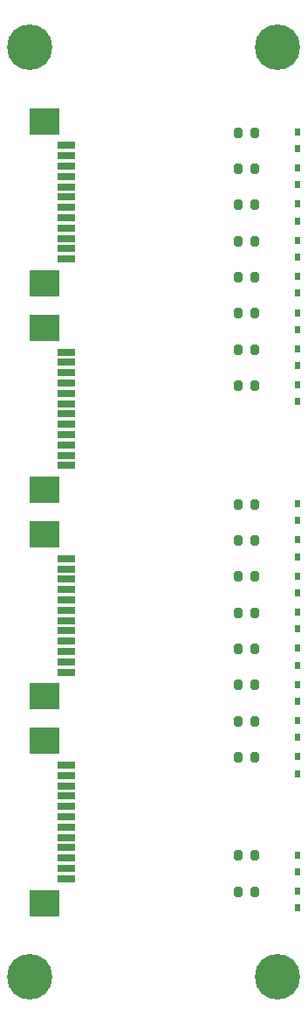
<source format=gbr>
%TF.GenerationSoftware,KiCad,Pcbnew,9.0.6*%
%TF.CreationDate,2025-12-05T19:39:21+03:00*%
%TF.ProjectId,PM_LED-18,504d5f4c-4544-42d3-9138-2e6b69636164,rev?*%
%TF.SameCoordinates,Original*%
%TF.FileFunction,Soldermask,Top*%
%TF.FilePolarity,Negative*%
%FSLAX46Y46*%
G04 Gerber Fmt 4.6, Leading zero omitted, Abs format (unit mm)*
G04 Created by KiCad (PCBNEW 9.0.6) date 2025-12-05 19:39:21*
%MOMM*%
%LPD*%
G01*
G04 APERTURE LIST*
G04 Aperture macros list*
%AMRoundRect*
0 Rectangle with rounded corners*
0 $1 Rounding radius*
0 $2 $3 $4 $5 $6 $7 $8 $9 X,Y pos of 4 corners*
0 Add a 4 corners polygon primitive as box body*
4,1,4,$2,$3,$4,$5,$6,$7,$8,$9,$2,$3,0*
0 Add four circle primitives for the rounded corners*
1,1,$1+$1,$2,$3*
1,1,$1+$1,$4,$5*
1,1,$1+$1,$6,$7*
1,1,$1+$1,$8,$9*
0 Add four rect primitives between the rounded corners*
20,1,$1+$1,$2,$3,$4,$5,0*
20,1,$1+$1,$4,$5,$6,$7,0*
20,1,$1+$1,$6,$7,$8,$9,0*
20,1,$1+$1,$8,$9,$2,$3,0*%
G04 Aperture macros list end*
%ADD10RoundRect,0.200000X-0.200000X-0.275000X0.200000X-0.275000X0.200000X0.275000X-0.200000X0.275000X0*%
%ADD11R,0.480000X0.770000*%
%ADD12R,1.803400X0.635000*%
%ADD13R,2.997200X2.590800*%
%ADD14C,0.700000*%
%ADD15C,4.400000*%
G04 APERTURE END LIST*
D10*
%TO.C,R5*%
X8175000Y22750000D03*
X9825000Y22750000D03*
%TD*%
D11*
%TO.C,D12*%
X14000000Y-11315000D03*
X14000000Y-9685000D03*
%TD*%
D10*
%TO.C,R10*%
X8175000Y-2750000D03*
X9825000Y-2750000D03*
%TD*%
D11*
%TO.C,D2*%
X14000000Y31685000D03*
X14000000Y33315000D03*
%TD*%
%TO.C,D3*%
X14000000Y28185000D03*
X14000000Y29815000D03*
%TD*%
D10*
%TO.C,R9*%
X8175000Y750000D03*
X9825000Y750000D03*
%TD*%
%TO.C,R3*%
X8175000Y29750000D03*
X9825000Y29750000D03*
%TD*%
%TO.C,R4*%
X8175000Y26250000D03*
X9825000Y26250000D03*
%TD*%
D12*
%TO.C,J1*%
X-8444000Y35499992D03*
X-8444000Y34499994D03*
X-8444000Y33499996D03*
X-8444000Y32499998D03*
X-8444000Y31500000D03*
X-8444000Y30500000D03*
X-8444000Y29500000D03*
X-8444000Y28500000D03*
X-8444000Y27500002D03*
X-8444000Y26500004D03*
X-8444000Y25500006D03*
X-8444000Y24500008D03*
D13*
X-10614001Y37850003D03*
X-10614001Y22149997D03*
%TD*%
D10*
%TO.C,R12*%
X8175000Y-9750000D03*
X9825000Y-9750000D03*
%TD*%
D11*
%TO.C,D10*%
X14000000Y-4315000D03*
X14000000Y-2685000D03*
%TD*%
D10*
%TO.C,R14*%
X8175000Y-16750000D03*
X9825000Y-16750000D03*
%TD*%
D11*
%TO.C,D8*%
X14000000Y10685000D03*
X14000000Y12315000D03*
%TD*%
%TO.C,D17*%
X14000000Y-34815000D03*
X14000000Y-33185000D03*
%TD*%
D10*
%TO.C,R17*%
X8175000Y-33250000D03*
X9825000Y-33250000D03*
%TD*%
D11*
%TO.C,D9*%
X14000000Y-815000D03*
X14000000Y815000D03*
%TD*%
D14*
%TO.C,H5*%
X-13650000Y-45000000D03*
X-13166726Y-43833274D03*
X-13166726Y-46166726D03*
X-12000000Y-43350000D03*
D15*
X-12000000Y-45000000D03*
D14*
X-12000000Y-46650000D03*
X-10833274Y-43833274D03*
X-10833274Y-46166726D03*
X-10350000Y-45000000D03*
%TD*%
D10*
%TO.C,R7*%
X8175000Y15750000D03*
X9825000Y15750000D03*
%TD*%
%TO.C,R18*%
X8175000Y-36750000D03*
X9825000Y-36750000D03*
%TD*%
%TO.C,R15*%
X8175000Y-20250000D03*
X9825000Y-20250000D03*
%TD*%
%TO.C,R16*%
X8175000Y-23750000D03*
X9825000Y-23750000D03*
%TD*%
D11*
%TO.C,D11*%
X14000000Y-7815000D03*
X14000000Y-6185000D03*
%TD*%
%TO.C,D7*%
X14000000Y14185000D03*
X14000000Y15815000D03*
%TD*%
%TO.C,D1*%
X14000000Y35185000D03*
X14000000Y36815000D03*
%TD*%
%TO.C,D4*%
X14000000Y24685000D03*
X14000000Y26315000D03*
%TD*%
D10*
%TO.C,R8*%
X8175000Y12250000D03*
X9825000Y12250000D03*
%TD*%
D11*
%TO.C,D16*%
X14000000Y-25315000D03*
X14000000Y-23685000D03*
%TD*%
D10*
%TO.C,R11*%
X8175000Y-6250000D03*
X9825000Y-6250000D03*
%TD*%
D14*
%TO.C,H1*%
X-13650000Y45000000D03*
X-13166726Y46166726D03*
X-13166726Y43833274D03*
X-12000000Y46650000D03*
D15*
X-12000000Y45000000D03*
D14*
X-12000000Y43350000D03*
X-10833274Y46166726D03*
X-10833274Y43833274D03*
X-10350000Y45000000D03*
%TD*%
D10*
%TO.C,R6*%
X8175000Y19250000D03*
X9825000Y19250000D03*
%TD*%
%TO.C,R13*%
X8175000Y-13250000D03*
X9825000Y-13250000D03*
%TD*%
D11*
%TO.C,D15*%
X14000000Y-21815000D03*
X14000000Y-20185000D03*
%TD*%
D12*
%TO.C,J3*%
X-8444000Y-4500008D03*
X-8444000Y-5500006D03*
X-8444000Y-6500004D03*
X-8444000Y-7500002D03*
X-8444000Y-8500000D03*
X-8444000Y-9500000D03*
X-8444000Y-10500000D03*
X-8444000Y-11500000D03*
X-8444000Y-12499998D03*
X-8444000Y-13499996D03*
X-8444000Y-14499994D03*
X-8444000Y-15499992D03*
D13*
X-10614001Y-2149997D03*
X-10614001Y-17850003D03*
%TD*%
D10*
%TO.C,R1*%
X8175000Y36750000D03*
X9825000Y36750000D03*
%TD*%
D14*
%TO.C,H3*%
X10350000Y-45000000D03*
X10833274Y-43833274D03*
X10833274Y-46166726D03*
X12000000Y-43350000D03*
D15*
X12000000Y-45000000D03*
D14*
X12000000Y-46650000D03*
X13166726Y-43833274D03*
X13166726Y-46166726D03*
X13650000Y-45000000D03*
%TD*%
D11*
%TO.C,D18*%
X14000000Y-38315000D03*
X14000000Y-36685000D03*
%TD*%
D10*
%TO.C,R2*%
X8175000Y33250000D03*
X9825000Y33250000D03*
%TD*%
D14*
%TO.C,H2*%
X10350000Y45000000D03*
X10833274Y46166726D03*
X10833274Y43833274D03*
X12000000Y46650000D03*
D15*
X12000000Y45000000D03*
D14*
X12000000Y43350000D03*
X13166726Y46166726D03*
X13166726Y43833274D03*
X13650000Y45000000D03*
%TD*%
D12*
%TO.C,J2*%
X-8444000Y15499992D03*
X-8444000Y14499994D03*
X-8444000Y13499996D03*
X-8444000Y12499998D03*
X-8444000Y11500000D03*
X-8444000Y10500000D03*
X-8444000Y9500000D03*
X-8444000Y8500000D03*
X-8444000Y7500002D03*
X-8444000Y6500004D03*
X-8444000Y5500006D03*
X-8444000Y4500008D03*
D13*
X-10614001Y17850003D03*
X-10614001Y2149997D03*
%TD*%
D11*
%TO.C,D14*%
X14000000Y-18315000D03*
X14000000Y-16685000D03*
%TD*%
%TO.C,D6*%
X14000000Y17685000D03*
X14000000Y19315000D03*
%TD*%
D12*
%TO.C,J4*%
X-8444000Y-24500008D03*
X-8444000Y-25500006D03*
X-8444000Y-26500004D03*
X-8444000Y-27500002D03*
X-8444000Y-28500000D03*
X-8444000Y-29500000D03*
X-8444000Y-30500000D03*
X-8444000Y-31500000D03*
X-8444000Y-32499998D03*
X-8444000Y-33499996D03*
X-8444000Y-34499994D03*
X-8444000Y-35499992D03*
D13*
X-10614001Y-22149997D03*
X-10614001Y-37850003D03*
%TD*%
D11*
%TO.C,D13*%
X14000000Y-14815000D03*
X14000000Y-13185000D03*
%TD*%
%TO.C,D5*%
X14000000Y21185000D03*
X14000000Y22815000D03*
%TD*%
M02*

</source>
